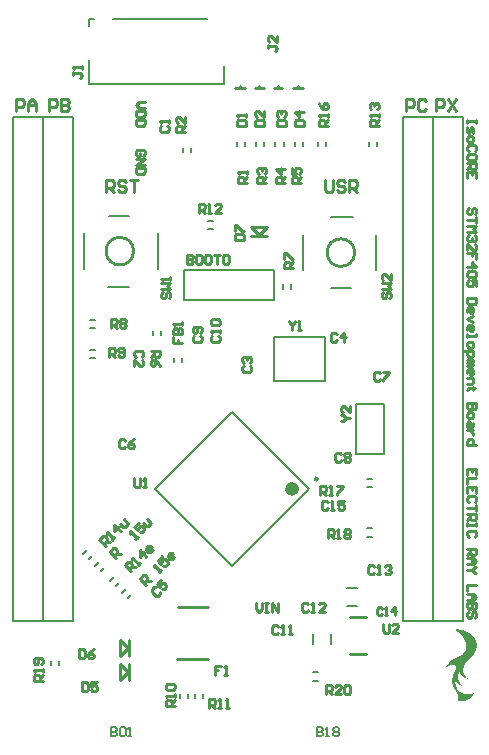
<source format=gto>
G04*
G04 #@! TF.GenerationSoftware,Altium Limited,CircuitStudio,1.5.1 (13)*
G04*
G04 Layer_Color=15065295*
%FSLAX24Y24*%
%MOIN*%
G70*
G01*
G75*
%ADD47C,0.0098*%
%ADD48C,0.0236*%
%ADD49C,0.0100*%
%ADD50C,0.0079*%
%ADD51C,0.0059*%
G36*
X36565Y21017D02*
Y21010D01*
X36587D01*
X36594Y21010D01*
X36631D01*
Y21003D01*
X36667D01*
Y20996D01*
X36689D01*
X36697Y20996D01*
X36704D01*
Y20988D01*
X36711D01*
X36719Y20988D01*
X36726D01*
Y20981D01*
X36748D01*
Y20974D01*
X36762D01*
X36770Y20974D01*
Y20966D01*
X36784D01*
Y20959D01*
X36806D01*
Y20952D01*
X36821D01*
Y20944D01*
X36835D01*
Y20937D01*
X36843D01*
X36850Y20937D01*
Y20930D01*
X36865D01*
Y20923D01*
X36879D01*
Y20915D01*
X36887D01*
Y20908D01*
X36901D01*
Y20901D01*
X36916D01*
Y20893D01*
X36923D01*
Y20886D01*
X36938D01*
Y20879D01*
X36945D01*
Y20871D01*
X36952Y20871D01*
Y20864D01*
X36967D01*
Y20857D01*
X36974D01*
Y20849D01*
X36981D01*
Y20842D01*
X36989D01*
Y20835D01*
X36996D01*
Y20828D01*
X37011D01*
Y20820D01*
X37018D01*
Y20813D01*
X37025D01*
Y20806D01*
X37033D01*
Y20798D01*
X37040D01*
Y20784D01*
X37047D01*
Y20776D01*
X37054D01*
Y20769D01*
X37062D01*
Y20762D01*
X37069D01*
Y20755D01*
X37076D01*
X37076Y20740D01*
X37084D01*
Y20733D01*
X37091D01*
Y20718D01*
X37098D01*
Y20711D01*
X37106D01*
Y20696D01*
X37113D01*
Y20682D01*
X37120D01*
Y20667D01*
X37127D01*
Y20645D01*
X37135D01*
X37135Y20623D01*
X37142D01*
X37142Y20601D01*
X37149D01*
Y20565D01*
X37157D01*
Y20499D01*
X37164D01*
Y20448D01*
X37157D01*
Y20382D01*
X37149D01*
X37149Y20353D01*
X37142D01*
Y20324D01*
X37135D01*
Y20302D01*
X37127D01*
Y20287D01*
X37120Y20287D01*
Y20265D01*
X37113D01*
Y20251D01*
X37106D01*
Y20236D01*
X37098D01*
X37098Y20221D01*
X37091D01*
Y20214D01*
X37084D01*
Y20200D01*
X37076D01*
Y20185D01*
X37069D01*
Y20178D01*
X37062D01*
Y20170D01*
X37054D01*
Y20156D01*
X37047D01*
Y20148D01*
X37040D01*
Y20141D01*
X37033D01*
Y20127D01*
X37025D01*
Y20119D01*
X37018D01*
Y20112D01*
X37011D01*
Y20105D01*
X37003D01*
Y20097D01*
X36996D01*
Y20090D01*
X36989D01*
Y20083D01*
X36981D01*
Y20075D01*
X36974D01*
Y20068D01*
X36967D01*
Y20061D01*
X36960D01*
Y20053D01*
X36952D01*
Y20046D01*
X36945D01*
Y20039D01*
X36938D01*
Y20032D01*
X36930D01*
Y20024D01*
X36923D01*
Y20017D01*
X36916D01*
Y20010D01*
X36901D01*
Y20002D01*
X36894Y20002D01*
Y19995D01*
X36887D01*
Y19988D01*
X36879D01*
Y19980D01*
X36872D01*
Y19973D01*
X36865D01*
Y19966D01*
X36850D01*
Y19959D01*
X36843D01*
Y19951D01*
X36835D01*
Y19944D01*
X36828D01*
Y19937D01*
X36821D01*
Y19929D01*
X36813D01*
Y19922D01*
X36806D01*
Y19907D01*
X36799D01*
Y19900D01*
X36792D01*
Y19886D01*
X36784D01*
Y19878D01*
X36777D01*
Y19864D01*
X36770D01*
Y19849D01*
X36762Y19849D01*
Y19834D01*
X36755D01*
X36755Y19820D01*
X36748D01*
Y19805D01*
X36740D01*
Y19783D01*
X36733D01*
Y19761D01*
X36726D01*
Y19732D01*
X36719D01*
Y19688D01*
X36711Y19688D01*
Y19615D01*
X36719D01*
Y19572D01*
X36726D01*
Y19550D01*
X36733D01*
Y19528D01*
X36740D01*
Y19513D01*
X36748D01*
Y19498D01*
X36755D01*
Y19484D01*
X36762D01*
Y19477D01*
X36770D01*
Y19469D01*
X36777D01*
Y19455D01*
X36784D01*
Y19447D01*
X36792D01*
Y19440D01*
X36799D01*
Y19433D01*
X36806D01*
Y19425D01*
X36813D01*
Y19418D01*
X36821D01*
Y19411D01*
X36835D01*
Y19404D01*
X36843D01*
Y19396D01*
X36857D01*
Y19389D01*
X36865D01*
Y19382D01*
X36879D01*
Y19374D01*
X36901D01*
Y19360D01*
X36887D01*
Y19367D01*
X36850D01*
Y19374D01*
X36828D01*
Y19382D01*
X36806D01*
Y19389D01*
X36784D01*
Y19396D01*
X36770D01*
Y19404D01*
X36755D01*
Y19411D01*
X36740D01*
Y19418D01*
X36726D01*
Y19425D01*
X36719D01*
Y19433D01*
X36711Y19433D01*
Y19440D01*
X36697D01*
Y19447D01*
X36689D01*
Y19455D01*
X36682D01*
Y19462D01*
X36675D01*
Y19469D01*
X36667D01*
Y19477D01*
X36660D01*
Y19484D01*
X36653D01*
Y19498D01*
X36646D01*
Y19506D01*
X36638D01*
X36638Y19520D01*
X36631D01*
Y19535D01*
X36624D01*
Y19542D01*
X36616D01*
Y19557D01*
X36609D01*
Y19572D01*
X36602D01*
Y19579D01*
X36594D01*
Y19586D01*
X36572D01*
Y19579D01*
X36565D01*
Y19557D01*
X36558Y19557D01*
Y19535D01*
X36551D01*
Y19491D01*
X36543D01*
Y19367D01*
X36551D01*
Y19338D01*
X36558D01*
Y19309D01*
X36565D01*
Y19294D01*
X36572D01*
Y19279D01*
X36580D01*
Y19265D01*
X36587D01*
Y19250D01*
X36594D01*
Y19236D01*
X36602D01*
Y19228D01*
X36609D01*
Y19214D01*
X36616D01*
Y19206D01*
X36624D01*
Y19199D01*
X36631D01*
Y19192D01*
X36638D01*
Y19184D01*
X36646D01*
X36646Y19177D01*
X36653D01*
Y19170D01*
X36660D01*
Y19163D01*
X36667D01*
Y19155D01*
X36675D01*
Y19148D01*
X36682D01*
Y19141D01*
X36697D01*
Y19133D01*
X36704D01*
Y19126D01*
X36689D01*
Y19133D01*
X36667D01*
Y19141D01*
X36646D01*
Y19148D01*
X36631D01*
Y19155D01*
X36616D01*
Y19163D01*
X36609Y19163D01*
X36602D01*
Y19170D01*
X36587D01*
Y19177D01*
X36572D01*
Y19184D01*
X36565D01*
Y19192D01*
X36558Y19192D01*
X36551D01*
Y19199D01*
X36543D01*
Y19206D01*
X36536D01*
Y19214D01*
X36529D01*
Y19221D01*
X36521D01*
Y19228D01*
X36514D01*
X36514Y19236D01*
X36507D01*
Y19243D01*
X36499D01*
Y19250D01*
X36492D01*
Y19257D01*
X36485D01*
Y19265D01*
X36478D01*
Y19272D01*
X36470D01*
Y19279D01*
X36463D01*
Y19294D01*
X36456D01*
Y19272D01*
X36448D01*
Y19206D01*
X36456D01*
Y19170D01*
X36463Y19170D01*
Y19141D01*
X36470D01*
Y19119D01*
X36478D01*
Y19104D01*
X36485D01*
Y19082D01*
X36492D01*
Y19068D01*
X36499D01*
Y19053D01*
X36507D01*
Y19038D01*
X36514Y19038D01*
Y19024D01*
X36521D01*
Y19009D01*
X36529D01*
X36529Y18995D01*
X36536D01*
Y18987D01*
X36543D01*
Y18980D01*
X36551D01*
Y18965D01*
X36558D01*
Y18958D01*
X36565D01*
Y18951D01*
X36580D01*
Y18943D01*
X36587D01*
Y18936D01*
X36594Y18936D01*
Y18929D01*
X36609D01*
Y18922D01*
X36624D01*
Y18914D01*
X36638D01*
Y18907D01*
X36653D01*
Y18900D01*
X36667D01*
Y18892D01*
X36682D01*
Y18885D01*
X36689D01*
X36697Y18885D01*
X36711D01*
Y18878D01*
X36719Y18878D01*
X36733D01*
Y18870D01*
X36777D01*
Y18863D01*
X36813D01*
X36821Y18863D01*
X36843D01*
X36850Y18863D01*
X36967D01*
Y18870D01*
X36996D01*
X37003Y18870D01*
X37018D01*
Y18878D01*
X37054D01*
Y18885D01*
X37069D01*
Y18870D01*
X37062D01*
Y18863D01*
X37054D01*
Y18849D01*
X37047D01*
Y18841D01*
X37040D01*
Y18834D01*
X37033D01*
Y18819D01*
X37025D01*
Y18812D01*
X37018D01*
Y18805D01*
X37011D01*
Y18790D01*
X37003D01*
Y18783D01*
X36996D01*
Y18776D01*
X36989D01*
Y18768D01*
X36981D01*
Y18761D01*
X36974D01*
Y18754D01*
X36967D01*
Y18746D01*
X36960D01*
Y18739D01*
X36952D01*
Y18732D01*
X36945Y18732D01*
Y18724D01*
X36938D01*
Y18717D01*
X36923D01*
Y18710D01*
X36916D01*
Y18702D01*
X36908D01*
Y18695D01*
X36894D01*
Y18688D01*
X36879D01*
Y18681D01*
X36872D01*
Y18673D01*
X36857D01*
Y18666D01*
X36835D01*
Y18659D01*
X36813D01*
Y18651D01*
X36792D01*
Y18644D01*
X36748D01*
Y18637D01*
X36719D01*
X36711Y18637D01*
X36697D01*
Y18629D01*
X36689Y18629D01*
X36543D01*
X36536Y18629D01*
X36529D01*
Y18666D01*
X36536D01*
Y18717D01*
X36543D01*
Y18812D01*
X36536D01*
X36536Y18849D01*
X36529D01*
Y18870D01*
X36521D01*
Y18892D01*
X36514D01*
Y18907D01*
X36507D01*
Y18922D01*
X36499D01*
X36499Y18929D01*
X36492D01*
Y18943D01*
X36485D01*
Y18951D01*
X36478D01*
Y18965D01*
X36470D01*
Y18973D01*
X36463D01*
Y18980D01*
X36456Y18980D01*
Y18995D01*
X36448D01*
Y19002D01*
X36441D01*
Y19009D01*
X36434D01*
Y19024D01*
X36426D01*
Y19031D01*
X36419D01*
Y19046D01*
X36412D01*
Y19053D01*
X36405D01*
Y19068D01*
X36397D01*
Y19082D01*
X36390D01*
Y19097D01*
X36383D01*
Y19119D01*
X36375D01*
Y19141D01*
X36368D01*
Y19170D01*
X36361D01*
Y19206D01*
X36353D01*
Y19389D01*
X36361D01*
Y19433D01*
X36368D01*
Y19469D01*
X36375D01*
Y19498D01*
X36383D01*
Y19520D01*
X36390D01*
Y19535D01*
X36397D01*
Y19557D01*
X36405D01*
Y19572D01*
X36412D01*
Y19593D01*
X36419D01*
Y19608D01*
X36426D01*
Y19623D01*
X36434D01*
Y19645D01*
X36441D01*
Y19659D01*
X36448D01*
X36448Y19674D01*
X36456D01*
X36456Y19696D01*
X36463D01*
Y19710D01*
X36470D01*
Y19732D01*
X36478D01*
Y19776D01*
X36470D01*
Y19791D01*
X36463D01*
Y19798D01*
X36456D01*
Y19805D01*
X36441D01*
Y19813D01*
X36426D01*
Y19820D01*
X36405D01*
X36405Y19827D01*
X36310D01*
X36310Y19820D01*
X36288D01*
Y19813D01*
X36266D01*
Y19805D01*
X36251D01*
Y19798D01*
X36229D01*
Y19791D01*
X36222D01*
Y19783D01*
X36207D01*
Y19776D01*
X36193D01*
X36193Y19769D01*
X36178D01*
Y19761D01*
X36171D01*
Y19754D01*
X36156D01*
Y19747D01*
X36149D01*
Y19739D01*
X36142D01*
Y19732D01*
X36134D01*
Y19725D01*
X36127D01*
X36120Y19725D01*
Y19732D01*
X36127Y19732D01*
Y19747D01*
X36134D01*
Y19761D01*
X36142D01*
Y19776D01*
X36149D01*
Y19791D01*
X36156D01*
Y19798D01*
X36164D01*
Y19813D01*
X36171D01*
Y19820D01*
X36178D01*
Y19834D01*
X36185D01*
Y19842D01*
X36193D01*
Y19856D01*
X36200D01*
Y19864D01*
X36207Y19864D01*
Y19871D01*
X36215D01*
X36215Y19878D01*
X36222D01*
Y19893D01*
X36229D01*
Y19900D01*
X36237D01*
Y19907D01*
X36244D01*
Y19915D01*
X36251D01*
Y19922D01*
X36258D01*
X36258Y19929D01*
X36266D01*
Y19937D01*
X36273D01*
Y19944D01*
X36280D01*
Y19951D01*
X36295D01*
Y19959D01*
X36302D01*
Y19966D01*
X36310D01*
Y19973D01*
X36317D01*
Y19980D01*
X36324D01*
X36332Y19980D01*
Y19988D01*
X36339D01*
Y19995D01*
X36346D01*
X36346Y20002D01*
X36361D01*
Y20010D01*
X36368D01*
Y20017D01*
X36383D01*
Y20024D01*
X36397D01*
Y20032D01*
X36412D01*
Y20039D01*
X36426D01*
Y20046D01*
X36441D01*
Y20053D01*
X36463D01*
Y20061D01*
X36478D01*
Y20068D01*
X36492D01*
Y20075D01*
X36507D01*
X36507Y20083D01*
X36521D01*
Y20090D01*
X36536D01*
Y20097D01*
X36551D01*
Y20105D01*
X36565D01*
Y20112D01*
X36580D01*
Y20119D01*
X36594D01*
Y20127D01*
X36609D01*
Y20134D01*
X36616D01*
Y20141D01*
X36631D01*
Y20148D01*
X36638D01*
X36646Y20148D01*
Y20156D01*
X36653D01*
Y20163D01*
X36667D01*
Y20170D01*
X36675D01*
Y20178D01*
X36689D01*
Y20185D01*
X36697Y20185D01*
Y20192D01*
X36704D01*
Y20200D01*
X36711D01*
Y20207D01*
X36719D01*
Y20214D01*
X36726D01*
Y20221D01*
X36733D01*
Y20229D01*
X36740D01*
Y20236D01*
X36748D01*
Y20243D01*
X36755D01*
Y20251D01*
X36762D01*
X36762Y20265D01*
X36770D01*
Y20273D01*
X36777D01*
Y20287D01*
X36784D01*
Y20294D01*
X36792D01*
Y20309D01*
X36799D01*
Y20331D01*
X36806D01*
Y20346D01*
X36813D01*
Y20375D01*
X36821D01*
X36821Y20506D01*
X36813D01*
Y20543D01*
X36806D01*
Y20565D01*
X36799D01*
Y20587D01*
X36792D01*
Y20608D01*
X36784D01*
X36784Y20623D01*
X36777D01*
Y20638D01*
X36770D01*
X36770Y20652D01*
X36762D01*
X36762Y20667D01*
X36755D01*
Y20682D01*
X36748D01*
X36748Y20696D01*
X36740D01*
Y20711D01*
X36733D01*
Y20725D01*
X36726D01*
Y20733D01*
X36719D01*
Y20747D01*
X36711D01*
Y20755D01*
X36704D01*
Y20769D01*
X36697D01*
Y20776D01*
X36689D01*
Y20784D01*
X36682D01*
Y20798D01*
X36675D01*
Y20806D01*
X36667D01*
Y20813D01*
X36660D01*
Y20820D01*
X36653D01*
Y20828D01*
X36646D01*
Y20835D01*
X36638D01*
Y20842D01*
X36631D01*
Y20857D01*
X36616D01*
Y20864D01*
X36609D01*
Y20871D01*
X36602D01*
Y20879D01*
X36594D01*
Y20886D01*
X36587D01*
Y20893D01*
X36580D01*
Y20901D01*
X36572D01*
Y20908D01*
X36558D01*
Y20915D01*
X36551D01*
Y20923D01*
X36543D01*
Y20930D01*
X36529D01*
Y20937D01*
X36521D01*
Y20944D01*
X36507D01*
X36507Y20952D01*
X36492D01*
Y20959D01*
X36485D01*
Y20966D01*
X36470D01*
Y20974D01*
X36463D01*
X36456Y20974D01*
Y20981D01*
X36441D01*
Y20988D01*
X36434Y20988D01*
X36426D01*
Y20996D01*
X36405D01*
Y21010D01*
X36412Y21010D01*
X36478D01*
Y21017D01*
X36558D01*
X36565Y21017D01*
D02*
G37*
D47*
X31861Y26034D02*
G03*
X31861Y26034I-49J0D01*
G01*
D48*
X31123Y25700D02*
G03*
X31123Y25700I-118J0D01*
G01*
D49*
X25725Y33625D02*
G03*
X25725Y33625I-459J0D01*
G01*
X33093Y33575D02*
G03*
X33093Y33575I-459J0D01*
G01*
X29271Y39061D02*
Y39139D01*
Y39061D02*
X29429D01*
X29114D02*
X29429D01*
X29914D02*
Y39139D01*
Y39061D02*
X30072D01*
X29757D02*
X30072D01*
X30400D02*
X30675D01*
X30537D02*
X30675D01*
X30537D02*
Y39139D01*
X31043Y39061D02*
X31357D01*
X31200D02*
X31357D01*
X31200D02*
Y39139D01*
X25282Y19344D02*
X25538Y19600D01*
X25557Y19344D02*
Y19856D01*
X25282Y19344D02*
Y19856D01*
X25282D02*
X25538Y19600D01*
X25282Y20144D02*
X25538Y20400D01*
X25557Y20144D02*
Y20656D01*
X25282Y20144D02*
Y20656D01*
X25282D02*
X25538Y20400D01*
X29644Y34418D02*
X29900Y34162D01*
X29644Y34143D02*
X30156D01*
X29644Y34418D02*
X30156D01*
X29900Y34162D02*
X30156Y34418D01*
X27208Y21766D02*
X28192D01*
X27188Y20014D02*
X28212D01*
X32944Y20190D02*
X33456D01*
X32924Y21430D02*
X33456D01*
X37100Y34850D02*
X37150Y34900D01*
Y35000D01*
X37100Y35050D01*
X37050D01*
X37000Y35000D01*
Y34900D01*
X36950Y34850D01*
X36900D01*
X36850Y34900D01*
Y35000D01*
X36900Y35050D01*
X37150Y34750D02*
Y34550D01*
Y34650D01*
X36850D01*
Y34450D02*
X37150D01*
X37050Y34350D01*
X37150Y34250D01*
X36850D01*
X37100Y34150D02*
X37150Y34100D01*
Y34000D01*
X37100Y33950D01*
X37050D01*
X37000Y34000D01*
Y34050D01*
Y34000D01*
X36950Y33950D01*
X36900D01*
X36850Y34000D01*
Y34100D01*
X36900Y34150D01*
X36850Y33650D02*
Y33850D01*
X37050Y33650D01*
X37100D01*
X37150Y33700D01*
Y33800D01*
X37100Y33850D01*
X37150Y33351D02*
Y33550D01*
X37000D01*
Y33451D01*
Y33550D01*
X36850D01*
Y33101D02*
X37150D01*
X37000Y33251D01*
Y33051D01*
X37100Y32951D02*
X37150Y32901D01*
Y32801D01*
X37100Y32751D01*
X36900D01*
X36850Y32801D01*
Y32901D01*
X36900Y32951D01*
X37100D01*
X37150Y32451D02*
Y32651D01*
X37000D01*
X37050Y32551D01*
Y32501D01*
X37000Y32451D01*
X36900D01*
X36850Y32501D01*
Y32601D01*
X36900Y32651D01*
X37150Y32051D02*
X36850D01*
Y31901D01*
X36900Y31851D01*
X37100D01*
X37150Y31901D01*
Y32051D01*
X36850Y31601D02*
Y31701D01*
X36900Y31751D01*
X37000D01*
X37050Y31701D01*
Y31601D01*
X37000Y31551D01*
X36950D01*
Y31751D01*
X37050Y31451D02*
X36850Y31351D01*
X37050Y31251D01*
X36850Y31001D02*
Y31101D01*
X36900Y31151D01*
X37000D01*
X37050Y31101D01*
Y31001D01*
X37000Y30951D01*
X36950D01*
Y31151D01*
X36850Y30851D02*
Y30751D01*
Y30801D01*
X37150D01*
Y30851D01*
X36850Y30551D02*
Y30451D01*
X36900Y30401D01*
X37000D01*
X37050Y30451D01*
Y30551D01*
X37000Y30601D01*
X36900D01*
X36850Y30551D01*
X36750Y30302D02*
X37050D01*
Y30152D01*
X37000Y30102D01*
X36900D01*
X36850Y30152D01*
Y30302D01*
Y30002D02*
X37050D01*
Y29952D01*
X37000Y29902D01*
X36850D01*
X37000D01*
X37050Y29852D01*
X37000Y29802D01*
X36850D01*
Y29552D02*
Y29652D01*
X36900Y29702D01*
X37000D01*
X37050Y29652D01*
Y29552D01*
X37000Y29502D01*
X36950D01*
Y29702D01*
X36850Y29402D02*
X37050D01*
Y29252D01*
X37000Y29202D01*
X36850D01*
X37100Y29052D02*
X37050D01*
Y29102D01*
Y29002D01*
Y29052D01*
X36900D01*
X36850Y29002D01*
X37150Y28552D02*
X36850D01*
Y28402D01*
X36900Y28352D01*
X36950D01*
X37000Y28402D01*
Y28552D01*
Y28402D01*
X37050Y28352D01*
X37100D01*
X37150Y28402D01*
Y28552D01*
X36850Y28202D02*
Y28102D01*
X36900Y28052D01*
X37000D01*
X37050Y28102D01*
Y28202D01*
X37000Y28252D01*
X36900D01*
X36850Y28202D01*
X37050Y27902D02*
Y27802D01*
X37000Y27752D01*
X36850D01*
Y27902D01*
X36900Y27952D01*
X36950Y27902D01*
Y27752D01*
X37050Y27652D02*
X36850D01*
X36950D01*
X37000Y27602D01*
X37050Y27552D01*
Y27502D01*
X37150Y27153D02*
X36850D01*
Y27303D01*
X36900Y27352D01*
X37000D01*
X37050Y27303D01*
Y27153D01*
X37150Y26150D02*
Y26350D01*
X36850D01*
Y26150D01*
X37000Y26350D02*
Y26250D01*
X37150Y26050D02*
X36850D01*
Y25850D01*
X37150Y25550D02*
Y25750D01*
X36850D01*
Y25550D01*
X37000Y25750D02*
Y25650D01*
X37100Y25250D02*
X37150Y25300D01*
Y25400D01*
X37100Y25450D01*
X36900D01*
X36850Y25400D01*
Y25300D01*
X36900Y25250D01*
X37150Y25150D02*
Y24950D01*
Y25050D01*
X36850D01*
Y24850D02*
X37150D01*
Y24701D01*
X37100Y24651D01*
X37000D01*
X36950Y24701D01*
Y24850D01*
Y24751D02*
X36850Y24651D01*
X37150Y24551D02*
Y24451D01*
Y24501D01*
X36850D01*
Y24551D01*
Y24451D01*
X37100Y24101D02*
X37150Y24151D01*
Y24251D01*
X37100Y24301D01*
X36900D01*
X36850Y24251D01*
Y24151D01*
X36900Y24101D01*
X36850Y23701D02*
X37150D01*
Y23551D01*
X37100Y23501D01*
X37000D01*
X36950Y23551D01*
Y23701D01*
Y23601D02*
X36850Y23501D01*
Y23401D02*
X37050D01*
X37150Y23301D01*
X37050Y23201D01*
X36850D01*
X37000D01*
Y23401D01*
X37150Y23101D02*
X37100D01*
X37000Y23001D01*
X37100Y22901D01*
X37150D01*
X37000Y23001D02*
X36850D01*
X37150Y22501D02*
X36850D01*
Y22301D01*
Y22201D02*
X37050D01*
X37150Y22101D01*
X37050Y22001D01*
X36850D01*
X37000D01*
Y22201D01*
X37150Y21901D02*
X36850D01*
Y21751D01*
X36900Y21702D01*
X36950D01*
X37000Y21751D01*
Y21901D01*
Y21751D01*
X37050Y21702D01*
X37100D01*
X37150Y21751D01*
Y21901D01*
X37100Y21402D02*
X37150Y21452D01*
Y21552D01*
X37100Y21602D01*
X37050D01*
X37000Y21552D01*
Y21452D01*
X36950Y21402D01*
X36900D01*
X36850Y21452D01*
Y21552D01*
X36900Y21602D01*
X37150Y38000D02*
Y37900D01*
Y37950D01*
X36850D01*
Y38000D01*
Y37900D01*
Y37750D02*
Y37600D01*
X36900Y37550D01*
X36950Y37600D01*
Y37700D01*
X37000Y37750D01*
X37050Y37700D01*
Y37550D01*
X36850Y37400D02*
Y37300D01*
X36900Y37250D01*
X37000D01*
X37050Y37300D01*
Y37400D01*
X37000Y37450D01*
X36900D01*
X36850Y37400D01*
X37100Y36950D02*
X37150Y37000D01*
Y37100D01*
X37100Y37150D01*
X36900D01*
X36850Y37100D01*
Y37000D01*
X36900Y36950D01*
X37150Y36700D02*
Y36800D01*
X37100Y36850D01*
X36900D01*
X36850Y36800D01*
Y36700D01*
X36900Y36650D01*
X37100D01*
X37150Y36700D01*
X36850Y36550D02*
X37150D01*
Y36401D01*
X37100Y36351D01*
X37000D01*
X36950Y36401D01*
Y36550D01*
Y36451D02*
X36850Y36351D01*
X37150Y36051D02*
Y36251D01*
X36850D01*
Y36051D01*
X37000Y36251D02*
Y36151D01*
X32100Y36000D02*
Y35667D01*
X32167Y35600D01*
X32300D01*
X32367Y35667D01*
Y36000D01*
X32766Y35933D02*
X32700Y36000D01*
X32567D01*
X32500Y35933D01*
Y35867D01*
X32567Y35800D01*
X32700D01*
X32766Y35733D01*
Y35667D01*
X32700Y35600D01*
X32567D01*
X32500Y35667D01*
X32900Y35600D02*
Y36000D01*
X33100D01*
X33166Y35933D01*
Y35800D01*
X33100Y35733D01*
X32900D01*
X33033D02*
X33166Y35600D01*
X24800D02*
Y36000D01*
X25000D01*
X25067Y35933D01*
Y35800D01*
X25000Y35733D01*
X24800D01*
X24933D02*
X25067Y35600D01*
X25466Y35933D02*
X25400Y36000D01*
X25267D01*
X25200Y35933D01*
Y35867D01*
X25267Y35800D01*
X25400D01*
X25466Y35733D01*
Y35667D01*
X25400Y35600D01*
X25267D01*
X25200Y35667D01*
X25600Y36000D02*
X25866D01*
X25733D01*
Y35600D01*
X35800Y38300D02*
Y38700D01*
X36000D01*
X36067Y38633D01*
Y38500D01*
X36000Y38433D01*
X35800D01*
X36200Y38700D02*
X36466Y38300D01*
Y38700D02*
X36200Y38300D01*
X34800D02*
Y38700D01*
X35000D01*
X35067Y38633D01*
Y38500D01*
X35000Y38433D01*
X34800D01*
X35466Y38633D02*
X35400Y38700D01*
X35267D01*
X35200Y38633D01*
Y38367D01*
X35267Y38300D01*
X35400D01*
X35466Y38367D01*
X22900Y38300D02*
Y38700D01*
X23100D01*
X23167Y38633D01*
Y38500D01*
X23100Y38433D01*
X22900D01*
X23300Y38700D02*
Y38300D01*
X23500D01*
X23566Y38367D01*
Y38433D01*
X23500Y38500D01*
X23300D01*
X23500D01*
X23566Y38567D01*
Y38633D01*
X23500Y38700D01*
X23300D01*
X21800Y38300D02*
Y38700D01*
X22000D01*
X22067Y38633D01*
Y38500D01*
X22000Y38433D01*
X21800D01*
X22200Y38300D02*
Y38567D01*
X22333Y38700D01*
X22466Y38567D01*
Y38300D01*
Y38500D01*
X22200D01*
X25750Y26050D02*
Y25800D01*
X25800Y25750D01*
X25900D01*
X25950Y25800D01*
Y26050D01*
X26050Y25750D02*
X26150D01*
X26100D01*
Y26050D01*
X26050Y26000D01*
X27500Y33500D02*
Y33200D01*
X27650D01*
X27700Y33250D01*
Y33300D01*
X27650Y33350D01*
X27500D01*
X27650D01*
X27700Y33400D01*
Y33450D01*
X27650Y33500D01*
X27500D01*
X27950D02*
X27850D01*
X27800Y33450D01*
Y33250D01*
X27850Y33200D01*
X27950D01*
X28000Y33250D01*
Y33450D01*
X27950Y33500D01*
X28250D02*
X28150D01*
X28100Y33450D01*
Y33250D01*
X28150Y33200D01*
X28250D01*
X28300Y33250D01*
Y33450D01*
X28250Y33500D01*
X28400D02*
X28600D01*
X28500D01*
Y33200D01*
X28700Y33450D02*
X28750Y33500D01*
X28850D01*
X28900Y33450D01*
Y33250D01*
X28850Y33200D01*
X28750D01*
X28700Y33250D01*
Y33450D01*
X26650Y37800D02*
X26600Y37750D01*
Y37650D01*
X26650Y37600D01*
X26850D01*
X26900Y37650D01*
Y37750D01*
X26850Y37800D01*
X26900Y37900D02*
Y38000D01*
Y37950D01*
X26600D01*
X26650Y37900D01*
X26000Y30100D02*
X26050Y30150D01*
Y30250D01*
X26000Y30300D01*
X25800D01*
X25750Y30250D01*
Y30150D01*
X25800Y30100D01*
X25750Y29800D02*
Y30000D01*
X25950Y29800D01*
X26000D01*
X26050Y29850D01*
Y29950D01*
X26000Y30000D01*
X29400Y29800D02*
X29350Y29750D01*
Y29650D01*
X29400Y29600D01*
X29600D01*
X29650Y29650D01*
Y29750D01*
X29600Y29800D01*
X29400Y29900D02*
X29350Y29950D01*
Y30050D01*
X29400Y30100D01*
X29450D01*
X29500Y30050D01*
Y30000D01*
Y30050D01*
X29550Y30100D01*
X29600D01*
X29650Y30050D01*
Y29950D01*
X29600Y29900D01*
X32500Y30850D02*
X32450Y30900D01*
X32350D01*
X32300Y30850D01*
Y30650D01*
X32350Y30600D01*
X32450D01*
X32500Y30650D01*
X32750Y30600D02*
Y30900D01*
X32600Y30750D01*
X32800D01*
X26465Y22418D02*
X26394Y22418D01*
X26323Y22347D01*
Y22277D01*
X26465Y22135D01*
X26535D01*
X26606Y22206D01*
X26606Y22277D01*
X26641Y22666D02*
X26500Y22524D01*
X26606Y22418D01*
X26641Y22524D01*
X26677Y22559D01*
X26747D01*
X26818Y22489D01*
X26818Y22418D01*
X26747Y22347D01*
X26677D01*
X25450Y27300D02*
X25400Y27350D01*
X25300D01*
X25250Y27300D01*
Y27100D01*
X25300Y27050D01*
X25400D01*
X25450Y27100D01*
X25750Y27350D02*
X25650Y27300D01*
X25550Y27200D01*
Y27100D01*
X25600Y27050D01*
X25700D01*
X25750Y27100D01*
Y27150D01*
X25700Y27200D01*
X25550D01*
X33950Y29550D02*
X33900Y29600D01*
X33800D01*
X33750Y29550D01*
Y29350D01*
X33800Y29300D01*
X33900D01*
X33950Y29350D01*
X34050Y29600D02*
X34250D01*
Y29550D01*
X34050Y29350D01*
Y29300D01*
X32650Y26850D02*
X32600Y26900D01*
X32500D01*
X32450Y26850D01*
Y26650D01*
X32500Y26600D01*
X32600D01*
X32650Y26650D01*
X32750Y26850D02*
X32800Y26900D01*
X32900D01*
X32950Y26850D01*
Y26800D01*
X32900Y26750D01*
X32950Y26700D01*
Y26650D01*
X32900Y26600D01*
X32800D01*
X32750Y26650D01*
Y26700D01*
X32800Y26750D01*
X32750Y26800D01*
Y26850D01*
X32800Y26750D02*
X32900D01*
X27750Y30800D02*
X27700Y30750D01*
Y30650D01*
X27750Y30600D01*
X27950D01*
X28000Y30650D01*
Y30750D01*
X27950Y30800D01*
Y30900D02*
X28000Y30950D01*
Y31050D01*
X27950Y31100D01*
X27750D01*
X27700Y31050D01*
Y30950D01*
X27750Y30900D01*
X27800D01*
X27850Y30950D01*
Y31100D01*
X28350Y30800D02*
X28300Y30750D01*
Y30650D01*
X28350Y30600D01*
X28550D01*
X28600Y30650D01*
Y30750D01*
X28550Y30800D01*
X28600Y30900D02*
Y31000D01*
Y30950D01*
X28300D01*
X28350Y30900D01*
Y31150D02*
X28300Y31200D01*
Y31300D01*
X28350Y31350D01*
X28550D01*
X28600Y31300D01*
Y31200D01*
X28550Y31150D01*
X28350D01*
X30550Y21100D02*
X30500Y21150D01*
X30400D01*
X30350Y21100D01*
Y20900D01*
X30400Y20850D01*
X30500D01*
X30550Y20900D01*
X30650Y20850D02*
X30750D01*
X30700D01*
Y21150D01*
X30650Y21100D01*
X30900Y20850D02*
X31000D01*
X30950D01*
Y21150D01*
X30900Y21100D01*
X31550Y21850D02*
X31500Y21900D01*
X31400D01*
X31350Y21850D01*
Y21650D01*
X31400Y21600D01*
X31500D01*
X31550Y21650D01*
X31650Y21600D02*
X31750D01*
X31700D01*
Y21900D01*
X31650Y21850D01*
X32100Y21600D02*
X31900D01*
X32100Y21800D01*
Y21850D01*
X32050Y21900D01*
X31950D01*
X31900Y21850D01*
X33750Y23100D02*
X33700Y23150D01*
X33600D01*
X33550Y23100D01*
Y22900D01*
X33600Y22850D01*
X33700D01*
X33750Y22900D01*
X33850Y22850D02*
X33950D01*
X33900D01*
Y23150D01*
X33850Y23100D01*
X34100D02*
X34150Y23150D01*
X34250D01*
X34300Y23100D01*
Y23050D01*
X34250Y23000D01*
X34200D01*
X34250D01*
X34300Y22950D01*
Y22900D01*
X34250Y22850D01*
X34150D01*
X34100Y22900D01*
X34017Y21708D02*
X33975Y21750D01*
X33892D01*
X33850Y21708D01*
Y21542D01*
X33892Y21500D01*
X33975D01*
X34017Y21542D01*
X34100Y21500D02*
X34183D01*
X34142D01*
Y21750D01*
X34100Y21708D01*
X34433Y21500D02*
Y21750D01*
X34308Y21625D01*
X34475D01*
X32200Y25250D02*
X32150Y25300D01*
X32050D01*
X32000Y25250D01*
Y25050D01*
X32050Y25000D01*
X32150D01*
X32200Y25050D01*
X32300Y25000D02*
X32400D01*
X32350D01*
Y25300D01*
X32300Y25250D01*
X32750Y25300D02*
X32550D01*
Y25150D01*
X32650Y25200D01*
X32700D01*
X32750Y25150D01*
Y25050D01*
X32700Y25000D01*
X32600D01*
X32550Y25050D01*
X29171Y37800D02*
X29471D01*
Y37950D01*
X29421Y38000D01*
X29221D01*
X29171Y37950D01*
Y37800D01*
X29471Y38100D02*
Y38200D01*
Y38150D01*
X29171D01*
X29221Y38100D01*
X29781Y37800D02*
X30081D01*
Y37950D01*
X30031Y38000D01*
X29831D01*
X29781Y37950D01*
Y37800D01*
X30081Y38300D02*
Y38100D01*
X29881Y38300D01*
X29831D01*
X29781Y38250D01*
Y38150D01*
X29831Y38100D01*
X30491Y37800D02*
X30790D01*
Y37950D01*
X30740Y38000D01*
X30540D01*
X30491Y37950D01*
Y37800D01*
X30540Y38100D02*
X30491Y38150D01*
Y38250D01*
X30540Y38300D01*
X30590D01*
X30640Y38250D01*
Y38200D01*
Y38250D01*
X30690Y38300D01*
X30740D01*
X30790Y38250D01*
Y38150D01*
X30740Y38100D01*
X31100Y37800D02*
X31400D01*
Y37950D01*
X31350Y38000D01*
X31150D01*
X31100Y37950D01*
Y37800D01*
X31400Y38250D02*
X31100D01*
X31250Y38100D01*
Y38300D01*
X24000Y19250D02*
Y18950D01*
X24150D01*
X24200Y19000D01*
Y19200D01*
X24150Y19250D01*
X24000D01*
X24500D02*
X24300D01*
Y19100D01*
X24400Y19150D01*
X24450D01*
X24500Y19100D01*
Y19000D01*
X24450Y18950D01*
X24350D01*
X24300Y19000D01*
X23900Y20350D02*
Y20050D01*
X24050D01*
X24100Y20100D01*
Y20300D01*
X24050Y20350D01*
X23900D01*
X24400D02*
X24300Y20300D01*
X24200Y20200D01*
Y20100D01*
X24250Y20050D01*
X24350D01*
X24400Y20100D01*
Y20150D01*
X24350Y20200D01*
X24200D01*
X29100Y34000D02*
X29400D01*
Y34150D01*
X29350Y34200D01*
X29150D01*
X29100Y34150D01*
Y34000D01*
Y34300D02*
Y34500D01*
X29150D01*
X29350Y34300D01*
X29400D01*
X28650Y19800D02*
X28450D01*
Y19650D01*
X28550D01*
X28450D01*
Y19500D01*
X28750D02*
X28850D01*
X28800D01*
Y19800D01*
X28750Y19750D01*
X27050Y30750D02*
Y30550D01*
X27200D01*
Y30650D01*
Y30550D01*
X27350D01*
X27050Y30850D02*
X27350D01*
Y31000D01*
X27300Y31050D01*
X27250D01*
X27200Y31000D01*
Y30850D01*
Y31000D01*
X27150Y31050D01*
X27100D01*
X27050Y31000D01*
Y30850D01*
X27350Y31150D02*
Y31250D01*
Y31200D01*
X27050D01*
X27100Y31150D01*
X23700Y39600D02*
Y39500D01*
Y39550D01*
X23950D01*
X24000Y39500D01*
Y39450D01*
X23950Y39400D01*
X24000Y39700D02*
Y39800D01*
Y39750D01*
X23700D01*
X23750Y39700D01*
X30200Y40500D02*
Y40400D01*
Y40450D01*
X30450D01*
X30500Y40400D01*
Y40350D01*
X30450Y40300D01*
X30500Y40800D02*
Y40600D01*
X30300Y40800D01*
X30250D01*
X30200Y40750D01*
Y40650D01*
X30250Y40600D01*
X29500Y35900D02*
X29200D01*
Y36050D01*
X29250Y36100D01*
X29350D01*
X29400Y36050D01*
Y35900D01*
Y36000D02*
X29500Y36100D01*
Y36200D02*
Y36300D01*
Y36250D01*
X29200D01*
X29250Y36200D01*
X27450Y37600D02*
X27150D01*
Y37750D01*
X27200Y37800D01*
X27300D01*
X27350Y37750D01*
Y37600D01*
Y37700D02*
X27450Y37800D01*
Y38100D02*
Y37900D01*
X27250Y38100D01*
X27200D01*
X27150Y38050D01*
Y37950D01*
X27200Y37900D01*
X30143Y35900D02*
X29843D01*
Y36050D01*
X29893Y36100D01*
X29993D01*
X30043Y36050D01*
Y35900D01*
Y36000D02*
X30143Y36100D01*
X29893Y36200D02*
X29843Y36250D01*
Y36350D01*
X29893Y36400D01*
X29943D01*
X29993Y36350D01*
Y36300D01*
Y36350D01*
X30043Y36400D01*
X30093D01*
X30143Y36350D01*
Y36250D01*
X30093Y36200D01*
X30786Y35900D02*
X30486D01*
Y36050D01*
X30536Y36100D01*
X30636D01*
X30686Y36050D01*
Y35900D01*
Y36000D02*
X30786Y36100D01*
Y36350D02*
X30486D01*
X30636Y36200D01*
Y36400D01*
X31300Y35900D02*
X31000D01*
Y36050D01*
X31050Y36100D01*
X31150D01*
X31200Y36050D01*
Y35900D01*
Y36000D02*
X31300Y36100D01*
X31000Y36400D02*
Y36200D01*
X31150D01*
X31100Y36300D01*
Y36350D01*
X31150Y36400D01*
X31250D01*
X31300Y36350D01*
Y36250D01*
X31250Y36200D01*
X26300Y30300D02*
X26600D01*
Y30150D01*
X26550Y30100D01*
X26450D01*
X26400Y30150D01*
Y30300D01*
Y30200D02*
X26300Y30100D01*
X26600Y29800D02*
X26550Y29900D01*
X26450Y30000D01*
X26350D01*
X26300Y29950D01*
Y29850D01*
X26350Y29800D01*
X26400D01*
X26450Y29850D01*
Y30000D01*
X31050Y33050D02*
X30750D01*
Y33200D01*
X30800Y33250D01*
X30900D01*
X30950Y33200D01*
Y33050D01*
Y33150D02*
X31050Y33250D01*
X30750Y33350D02*
Y33550D01*
X30800D01*
X31000Y33350D01*
X31050D01*
X24960Y31070D02*
Y31370D01*
X25110D01*
X25160Y31320D01*
Y31220D01*
X25110Y31170D01*
X24960D01*
X25060D02*
X25160Y31070D01*
X25260Y31320D02*
X25310Y31370D01*
X25410D01*
X25460Y31320D01*
Y31270D01*
X25410Y31220D01*
X25460Y31170D01*
Y31120D01*
X25410Y31070D01*
X25310D01*
X25260Y31120D01*
Y31170D01*
X25310Y31220D01*
X25260Y31270D01*
Y31320D01*
X25310Y31220D02*
X25410D01*
X24920Y30110D02*
Y30410D01*
X25070D01*
X25120Y30360D01*
Y30260D01*
X25070Y30210D01*
X24920D01*
X25020D02*
X25120Y30110D01*
X25220Y30160D02*
X25270Y30110D01*
X25370D01*
X25420Y30160D01*
Y30360D01*
X25370Y30410D01*
X25270D01*
X25220Y30360D01*
Y30310D01*
X25270Y30260D01*
X25420D01*
X27100Y18450D02*
X26800D01*
Y18600D01*
X26850Y18650D01*
X26950D01*
X27000Y18600D01*
Y18450D01*
Y18550D02*
X27100Y18650D01*
Y18750D02*
Y18850D01*
Y18800D01*
X26800D01*
X26850Y18750D01*
Y19000D02*
X26800Y19050D01*
Y19150D01*
X26850Y19200D01*
X27050D01*
X27100Y19150D01*
Y19050D01*
X27050Y19000D01*
X26850D01*
X28250Y18400D02*
Y18700D01*
X28400D01*
X28450Y18650D01*
Y18550D01*
X28400Y18500D01*
X28250D01*
X28350D02*
X28450Y18400D01*
X28550D02*
X28650D01*
X28600D01*
Y18700D01*
X28550Y18650D01*
X28800Y18400D02*
X28900D01*
X28850D01*
Y18700D01*
X28800Y18650D01*
X27900Y34900D02*
Y35200D01*
X28050D01*
X28100Y35150D01*
Y35050D01*
X28050Y35000D01*
X27900D01*
X28000D02*
X28100Y34900D01*
X28200D02*
X28300D01*
X28250D01*
Y35200D01*
X28200Y35150D01*
X28650Y34900D02*
X28450D01*
X28650Y35100D01*
Y35150D01*
X28600Y35200D01*
X28500D01*
X28450Y35150D01*
X33900Y37800D02*
X33600D01*
Y37950D01*
X33650Y38000D01*
X33750D01*
X33800Y37950D01*
Y37800D01*
Y37900D02*
X33900Y38000D01*
Y38100D02*
Y38200D01*
Y38150D01*
X33600D01*
X33650Y38100D01*
Y38350D02*
X33600Y38400D01*
Y38500D01*
X33650Y38550D01*
X33700D01*
X33750Y38500D01*
Y38450D01*
Y38500D01*
X33800Y38550D01*
X33850D01*
X33900Y38500D01*
Y38400D01*
X33850Y38350D01*
X25650Y22950D02*
X25438Y23162D01*
X25544Y23268D01*
X25615Y23268D01*
X25685Y23197D01*
X25685Y23127D01*
X25579Y23021D01*
X25650Y23091D02*
X25791Y23091D01*
X25862Y23162D02*
X25933Y23233D01*
X25897Y23197D01*
X25685Y23409D01*
Y23339D01*
X26145Y23445D02*
X25933Y23657D01*
Y23445D01*
X26074Y23586D01*
X26357Y23657D02*
X26286Y23586D01*
X26216D01*
X26145Y23657D01*
X26145Y23728D01*
X26216Y23798D01*
X26286D01*
X26322Y23763D01*
X26180Y23622D01*
X24800Y23800D02*
X24588Y24012D01*
X24694Y24118D01*
X24765Y24118D01*
X24835Y24047D01*
X24835Y23977D01*
X24729Y23871D01*
X24800Y23941D02*
X24941Y23941D01*
X25012Y24012D02*
X25083Y24083D01*
X25047Y24047D01*
X24835Y24259D01*
Y24189D01*
X25295Y24295D02*
X25083Y24507D01*
Y24295D01*
X25224Y24436D01*
X25259Y24542D02*
X25366Y24436D01*
X25436D01*
X25542Y24542D01*
X25401Y24684D01*
X22700Y19300D02*
X22400D01*
Y19450D01*
X22450Y19500D01*
X22550D01*
X22600Y19450D01*
Y19300D01*
Y19400D02*
X22700Y19500D01*
Y19600D02*
Y19700D01*
Y19650D01*
X22400D01*
X22450Y19600D01*
X22650Y19850D02*
X22700Y19900D01*
Y20000D01*
X22650Y20050D01*
X22450D01*
X22400Y20000D01*
Y19900D01*
X22450Y19850D01*
X22500D01*
X22550Y19900D01*
Y20050D01*
X26150Y22500D02*
X25938Y22712D01*
X26044Y22818D01*
X26115Y22818D01*
X26185Y22747D01*
X26185Y22677D01*
X26079Y22571D01*
X26150Y22641D02*
X26291Y22641D01*
X26574Y22924D02*
X26645Y22995D01*
X26609Y22959D01*
X26397Y23172D01*
Y23101D01*
X26680Y23454D02*
X26539Y23313D01*
X26645Y23207D01*
X26680Y23313D01*
X26716Y23348D01*
X26786D01*
X26857Y23278D01*
Y23207D01*
X26786Y23136D01*
X26716D01*
X27069Y23419D02*
X26998Y23348D01*
X26928D01*
X26857Y23419D01*
Y23490D01*
X26928Y23560D01*
X26998D01*
X27034Y23525D01*
X26892Y23384D01*
X25150Y23400D02*
X24938Y23612D01*
X25044Y23718D01*
X25115Y23718D01*
X25185Y23647D01*
X25185Y23577D01*
X25079Y23471D01*
X25150Y23541D02*
X25291Y23541D01*
X25786Y24036D02*
X25857Y24107D01*
X25822Y24072D01*
X25609Y24284D01*
Y24213D01*
X25892Y24566D02*
X25751Y24425D01*
X25857Y24319D01*
X25892Y24425D01*
X25928Y24460D01*
X25998D01*
X26069Y24390D01*
X26069Y24319D01*
X25998Y24248D01*
X25928D01*
X26034Y24566D02*
X26140Y24460D01*
X26210D01*
X26316Y24566D01*
X26175Y24708D01*
X32150Y18850D02*
Y19150D01*
X32300D01*
X32350Y19100D01*
Y19000D01*
X32300Y18950D01*
X32150D01*
X32250D02*
X32350Y18850D01*
X32650D02*
X32450D01*
X32650Y19050D01*
Y19100D01*
X32600Y19150D01*
X32500D01*
X32450Y19100D01*
X32750D02*
X32800Y19150D01*
X32900D01*
X32950Y19100D01*
Y18900D01*
X32900Y18850D01*
X32800D01*
X32750Y18900D01*
Y19100D01*
X32200Y37800D02*
X31900D01*
Y37950D01*
X31950Y38000D01*
X32050D01*
X32100Y37950D01*
Y37800D01*
Y37900D02*
X32200Y38000D01*
Y38100D02*
Y38200D01*
Y38150D01*
X31900D01*
X31950Y38100D01*
X31900Y38550D02*
X31950Y38450D01*
X32050Y38350D01*
X32150D01*
X32200Y38400D01*
Y38500D01*
X32150Y38550D01*
X32100D01*
X32050Y38500D01*
Y38350D01*
X31950Y25500D02*
Y25800D01*
X32100D01*
X32150Y25750D01*
Y25650D01*
X32100Y25600D01*
X31950D01*
X32050D02*
X32150Y25500D01*
X32250D02*
X32350D01*
X32300D01*
Y25800D01*
X32250Y25750D01*
X32500Y25800D02*
X32700D01*
Y25750D01*
X32500Y25550D01*
Y25500D01*
X32200Y24050D02*
Y24350D01*
X32350D01*
X32400Y24300D01*
Y24200D01*
X32350Y24150D01*
X32200D01*
X32300D02*
X32400Y24050D01*
X32500D02*
X32600D01*
X32550D01*
Y24350D01*
X32500Y24300D01*
X32750D02*
X32800Y24350D01*
X32900D01*
X32950Y24300D01*
Y24250D01*
X32900Y24200D01*
X32950Y24150D01*
Y24100D01*
X32900Y24050D01*
X32800D01*
X32750Y24100D01*
Y24150D01*
X32800Y24200D01*
X32750Y24250D01*
Y24300D01*
X32800Y24200D02*
X32900D01*
X26700Y32250D02*
X26650Y32200D01*
Y32100D01*
X26700Y32050D01*
X26750D01*
X26800Y32100D01*
Y32200D01*
X26850Y32250D01*
X26900D01*
X26950Y32200D01*
Y32100D01*
X26900Y32050D01*
X26650Y32350D02*
X26950D01*
X26850Y32450D01*
X26950Y32550D01*
X26650D01*
X26950Y32650D02*
Y32750D01*
Y32700D01*
X26650D01*
X26700Y32650D01*
X34050Y32250D02*
X34000Y32200D01*
Y32100D01*
X34050Y32050D01*
X34100D01*
X34150Y32100D01*
Y32200D01*
X34200Y32250D01*
X34250D01*
X34300Y32200D01*
Y32100D01*
X34250Y32050D01*
X34000Y32350D02*
X34300D01*
X34200Y32450D01*
X34300Y32550D01*
X34000D01*
X34300Y32850D02*
Y32650D01*
X34100Y32850D01*
X34050D01*
X34000Y32800D01*
Y32700D01*
X34050Y32650D01*
X26050Y36800D02*
X26100Y36850D01*
Y36950D01*
X26050Y37000D01*
X25850D01*
X25800Y36950D01*
Y36850D01*
X25850Y36800D01*
X25950D01*
Y36900D01*
X25800Y36700D02*
X26100D01*
X25800Y36500D01*
X26100D01*
Y36400D02*
X25800D01*
Y36250D01*
X25850Y36200D01*
X26050D01*
X26100Y36250D01*
Y36400D01*
X34050Y21200D02*
Y20950D01*
X34100Y20900D01*
X34200D01*
X34250Y20950D01*
Y21200D01*
X34550Y20900D02*
X34350D01*
X34550Y21100D01*
Y21150D01*
X34500Y21200D01*
X34400D01*
X34350Y21150D01*
X26100Y38600D02*
X25900D01*
X25800Y38500D01*
X25900Y38400D01*
X26100D01*
Y38300D02*
X25800D01*
Y38150D01*
X25850Y38100D01*
X26050D01*
X26100Y38150D01*
Y38300D01*
Y38000D02*
X25800D01*
Y37850D01*
X25850Y37800D01*
X26050D01*
X26100Y37850D01*
Y38000D01*
X29800Y21900D02*
Y21700D01*
X29900Y21600D01*
X30000Y21700D01*
Y21900D01*
X30100D02*
X30200D01*
X30150D01*
Y21600D01*
X30100D01*
X30200D01*
X30350D02*
Y21900D01*
X30550Y21600D01*
Y21900D01*
X30900Y31300D02*
Y31250D01*
X31000Y31150D01*
X31100Y31250D01*
Y31300D01*
X31000Y31150D02*
Y31000D01*
X31200D02*
X31300D01*
X31250D01*
Y31300D01*
X31200Y31250D01*
X32650Y27950D02*
X32700D01*
X32800Y28050D01*
X32700Y28150D01*
X32650D01*
X32800Y28050D02*
X32950D01*
Y28450D02*
Y28250D01*
X32750Y28450D01*
X32700D01*
X32650Y28400D01*
Y28300D01*
X32700Y28250D01*
D50*
X29000Y28261D02*
X31561Y25700D01*
X26439D02*
X29000Y23139D01*
X31561Y25700D01*
X26439D02*
X29000Y28261D01*
X27400Y32000D02*
X30400D01*
Y33000D01*
X27400D02*
X30400D01*
X27400Y32000D02*
Y33000D01*
X31705Y20543D02*
Y20857D01*
X32295Y20543D02*
Y20857D01*
X32843Y21805D02*
X33157D01*
X32843Y22395D02*
X33157D01*
X27062Y29921D02*
Y30079D01*
X27338Y29921D02*
Y30079D01*
X25025Y41365D02*
X28175D01*
X24238Y41129D02*
Y41365D01*
X24395D01*
X24238Y39200D02*
Y39987D01*
Y39200D02*
X28726D01*
Y39791D01*
X29162Y37121D02*
Y37279D01*
X29438Y37121D02*
Y37279D01*
X27362Y36921D02*
Y37079D01*
X27638Y36921D02*
Y37079D01*
X29805Y37121D02*
Y37279D01*
X30081Y37121D02*
Y37279D01*
X30448Y37121D02*
Y37279D01*
X30724Y37121D02*
Y37279D01*
X31091Y37121D02*
Y37279D01*
X31367Y37121D02*
Y37279D01*
X26638Y30821D02*
Y30979D01*
X26362Y30821D02*
Y30979D01*
X30988Y32371D02*
Y32529D01*
X30712Y32371D02*
Y32529D01*
X24271Y31338D02*
X24429D01*
X24271Y31062D02*
X24429D01*
X24271Y30338D02*
X24429D01*
X24271Y30062D02*
X24429D01*
X27262Y18721D02*
Y18879D01*
X27538Y18721D02*
Y18879D01*
X27762Y18721D02*
Y18879D01*
X28038Y18721D02*
Y18879D01*
X28221Y34362D02*
X28379D01*
X28221Y34638D02*
X28379D01*
X33838Y37121D02*
Y37279D01*
X33562Y37121D02*
Y37279D01*
X24947Y22642D02*
X25058Y22753D01*
X25142Y22447D02*
X25253Y22558D01*
X24047Y23542D02*
X24158Y23653D01*
X24242Y23347D02*
X24353Y23458D01*
X22962Y19821D02*
Y19979D01*
X23238Y19821D02*
Y19979D01*
X25347Y22242D02*
X25458Y22353D01*
X25542Y22047D02*
X25653Y22158D01*
X24447Y23142D02*
X24558Y23253D01*
X24642Y22947D02*
X24753Y23058D01*
X31721Y19588D02*
X31879D01*
X31721Y19312D02*
X31879D01*
X32138Y37121D02*
Y37279D01*
X31862Y37121D02*
Y37279D01*
X33521Y25762D02*
X33679D01*
X33521Y26038D02*
X33679D01*
X33521Y24112D02*
X33679D01*
X33521Y24388D02*
X33679D01*
X24085Y33035D02*
Y34216D01*
X24872Y32444D02*
X25581D01*
X26526Y33035D02*
Y34216D01*
X24912Y34806D02*
X25581D01*
X33815Y32984D02*
Y34165D01*
X32319Y34756D02*
X33028D01*
X31374Y32984D02*
Y34165D01*
X32319Y32394D02*
X32988D01*
X31071Y30764D02*
X32099D01*
X30406D02*
X31435D01*
X30406Y29307D02*
Y30764D01*
Y29307D02*
X32099D01*
Y30764D01*
X33128Y28527D02*
X34072D01*
Y26873D02*
Y28527D01*
X33128Y26873D02*
X34072D01*
X33128D02*
Y28527D01*
X22700Y38100D02*
X23700D01*
Y21300D02*
Y38100D01*
X22700Y21300D02*
X23700D01*
X21700D02*
Y38100D01*
Y21300D02*
X22700D01*
X21700Y38100D02*
X22700D01*
Y21300D02*
Y38100D01*
X35700Y21300D02*
Y38100D01*
X34700D02*
X35700D01*
X34700Y21300D02*
X35700D01*
X34700D02*
Y38100D01*
X35700Y21300D02*
X36700D01*
Y38100D01*
X35700D02*
X36700D01*
D51*
X31834Y17754D02*
Y17459D01*
X31981D01*
X32031Y17508D01*
Y17557D01*
X31981Y17607D01*
X31834D01*
X31981D01*
X32031Y17656D01*
Y17705D01*
X31981Y17754D01*
X31834D01*
X32129Y17459D02*
X32227D01*
X32178D01*
Y17754D01*
X32129Y17705D01*
X32375D02*
X32424Y17754D01*
X32523D01*
X32572Y17705D01*
Y17656D01*
X32523Y17607D01*
X32572Y17557D01*
Y17508D01*
X32523Y17459D01*
X32424D01*
X32375Y17508D01*
Y17557D01*
X32424Y17607D01*
X32375Y17656D01*
Y17705D01*
X32424Y17607D02*
X32523D01*
X24964Y17754D02*
Y17459D01*
X25111D01*
X25161Y17508D01*
Y17557D01*
X25111Y17607D01*
X24964D01*
X25111D01*
X25161Y17656D01*
Y17705D01*
X25111Y17754D01*
X24964D01*
X25259Y17705D02*
X25308Y17754D01*
X25407D01*
X25456Y17705D01*
Y17508D01*
X25407Y17459D01*
X25308D01*
X25259Y17508D01*
Y17705D01*
X25554Y17459D02*
X25653D01*
X25603D01*
Y17754D01*
X25554Y17705D01*
M02*

</source>
